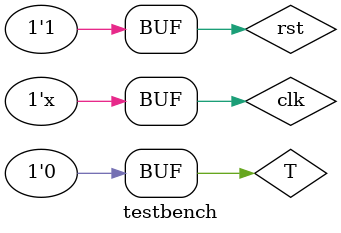
<source format=v>
`timescale 1ns / 1ps


module testbench();

reg clk, rst, T;
wire Q;

TFF_oneshot tb(clk, rst, T, Q);

initial begin
    clk <= 0;
    rst <= 1;
    T <= 0;
    #10 rst <= 0;
    #10 rst <= 1;
    #80 T <= 1;
    #100 T <= 0;
    #80 T <= 1;
    #100 T <= 0;
    #80 T <= 1;
    #100 T <= 0;
end

always begin
    #5 clk <= ~clk;
end

endmodule

</source>
